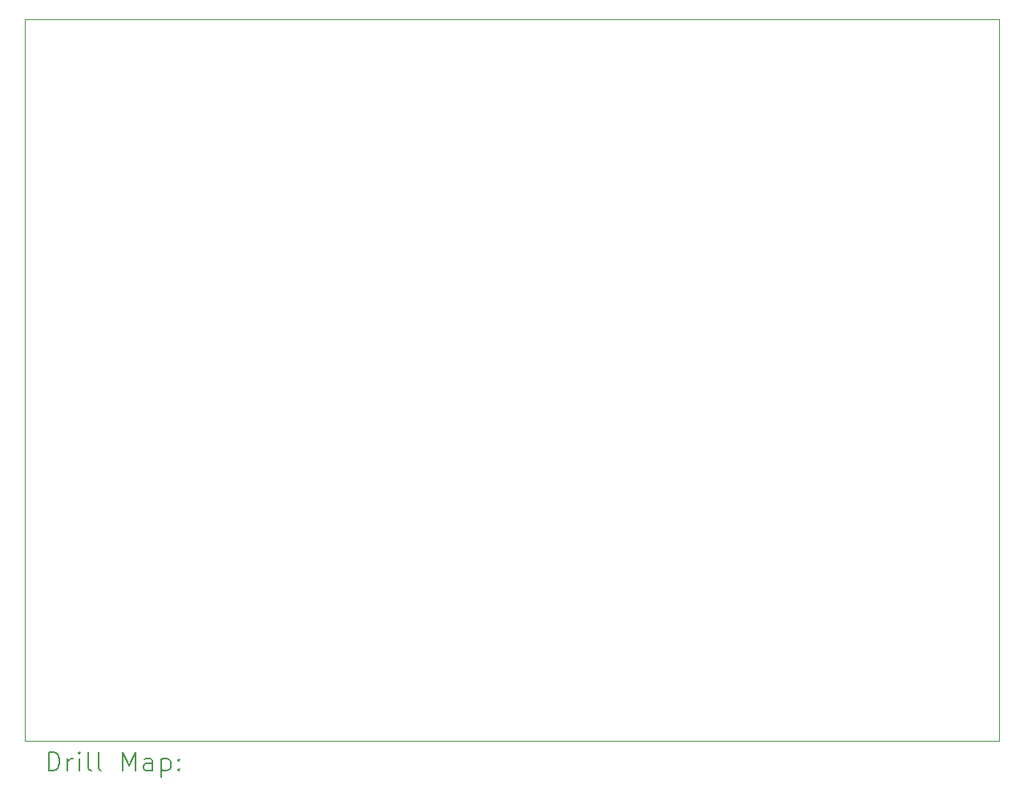
<source format=gbr>
%TF.GenerationSoftware,KiCad,Pcbnew,(6.0.7)*%
%TF.CreationDate,2023-04-09T01:21:22+09:00*%
%TF.ProjectId,EleMagDriver,456c654d-6167-4447-9269-7665722e6b69,rev?*%
%TF.SameCoordinates,Original*%
%TF.FileFunction,Drillmap*%
%TF.FilePolarity,Positive*%
%FSLAX45Y45*%
G04 Gerber Fmt 4.5, Leading zero omitted, Abs format (unit mm)*
G04 Created by KiCad (PCBNEW (6.0.7)) date 2023-04-09 01:21:22*
%MOMM*%
%LPD*%
G01*
G04 APERTURE LIST*
%ADD10C,0.100000*%
%ADD11C,0.200000*%
G04 APERTURE END LIST*
D10*
X10160000Y-5080000D02*
X20447000Y-5080000D01*
X20447000Y-5080000D02*
X20447000Y-12700000D01*
X20447000Y-12700000D02*
X10160000Y-12700000D01*
X10160000Y-12700000D02*
X10160000Y-5080000D01*
D11*
X10412619Y-13015476D02*
X10412619Y-12815476D01*
X10460238Y-12815476D01*
X10488810Y-12825000D01*
X10507857Y-12844048D01*
X10517381Y-12863095D01*
X10526905Y-12901190D01*
X10526905Y-12929762D01*
X10517381Y-12967857D01*
X10507857Y-12986905D01*
X10488810Y-13005952D01*
X10460238Y-13015476D01*
X10412619Y-13015476D01*
X10612619Y-13015476D02*
X10612619Y-12882143D01*
X10612619Y-12920238D02*
X10622143Y-12901190D01*
X10631667Y-12891667D01*
X10650714Y-12882143D01*
X10669762Y-12882143D01*
X10736429Y-13015476D02*
X10736429Y-12882143D01*
X10736429Y-12815476D02*
X10726905Y-12825000D01*
X10736429Y-12834524D01*
X10745952Y-12825000D01*
X10736429Y-12815476D01*
X10736429Y-12834524D01*
X10860238Y-13015476D02*
X10841190Y-13005952D01*
X10831667Y-12986905D01*
X10831667Y-12815476D01*
X10965000Y-13015476D02*
X10945952Y-13005952D01*
X10936429Y-12986905D01*
X10936429Y-12815476D01*
X11193571Y-13015476D02*
X11193571Y-12815476D01*
X11260238Y-12958333D01*
X11326905Y-12815476D01*
X11326905Y-13015476D01*
X11507857Y-13015476D02*
X11507857Y-12910714D01*
X11498333Y-12891667D01*
X11479286Y-12882143D01*
X11441190Y-12882143D01*
X11422143Y-12891667D01*
X11507857Y-13005952D02*
X11488809Y-13015476D01*
X11441190Y-13015476D01*
X11422143Y-13005952D01*
X11412619Y-12986905D01*
X11412619Y-12967857D01*
X11422143Y-12948809D01*
X11441190Y-12939286D01*
X11488809Y-12939286D01*
X11507857Y-12929762D01*
X11603095Y-12882143D02*
X11603095Y-13082143D01*
X11603095Y-12891667D02*
X11622143Y-12882143D01*
X11660238Y-12882143D01*
X11679286Y-12891667D01*
X11688809Y-12901190D01*
X11698333Y-12920238D01*
X11698333Y-12977381D01*
X11688809Y-12996428D01*
X11679286Y-13005952D01*
X11660238Y-13015476D01*
X11622143Y-13015476D01*
X11603095Y-13005952D01*
X11784048Y-12996428D02*
X11793571Y-13005952D01*
X11784048Y-13015476D01*
X11774524Y-13005952D01*
X11784048Y-12996428D01*
X11784048Y-13015476D01*
X11784048Y-12891667D02*
X11793571Y-12901190D01*
X11784048Y-12910714D01*
X11774524Y-12901190D01*
X11784048Y-12891667D01*
X11784048Y-12910714D01*
M02*

</source>
